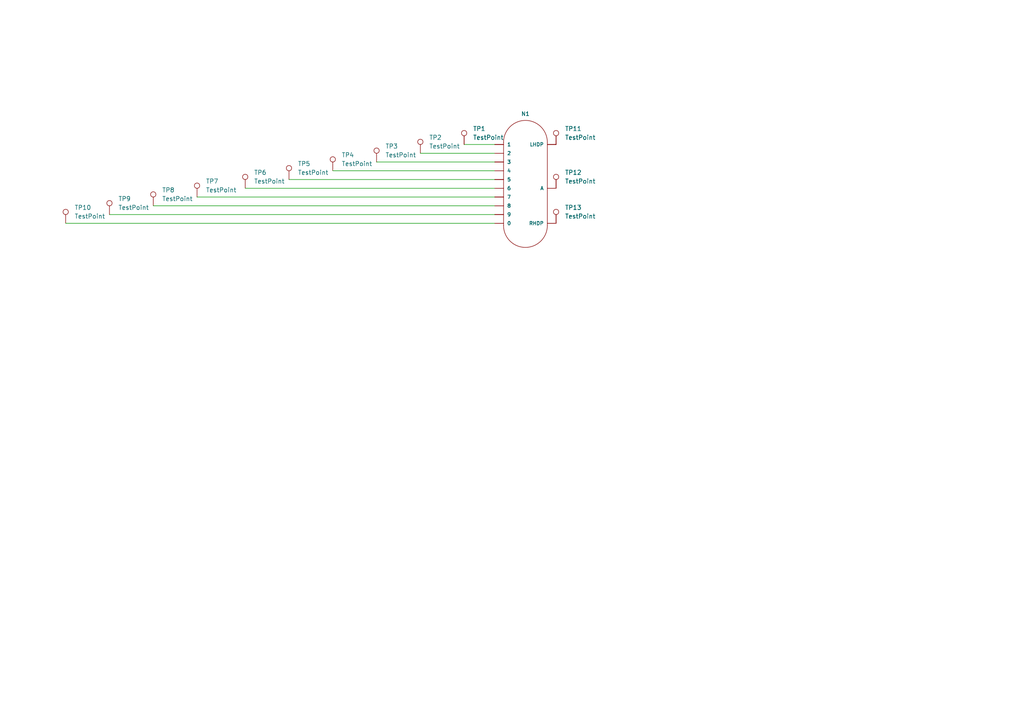
<source format=kicad_sch>
(kicad_sch (version 20241004) (generator "eeschema") (generator_version "8.99")
  (paper "A4")
  (title_block (title "Nixie Pendant Socket") (date "2025-01-06") (rev "Rev1") (company "Sean Outram"))
  (lib_symbols
    (symbol "Connector:TestPoint" (pin_numbers (hide yes)) (pin_names (offset 0.762) (hide yes))
      (property "Reference" "TP" (at 0 6.858 0))
      (property "Value" "TestPoint" (at 0 5.08 0))
      (symbol "TestPoint_0_1"
        (circle (center 0 3.302) (radius 0.762))
      )
      (symbol "TestPoint_1_1"
        (pin passive line (at 0 0 90) (length 2.54) (name "1") (number "1"))
      )
    )
    (symbol "nixies-us:IN-16" (pin_numbers (hide yes)) (pin_names (offset 1.016))
      (property "Reference" "N" (at -3.175 20.955 0))
      (symbol "IN-16_1_0"
        (polyline (pts (xy -5.08 -10.795) (xy -5.08 13.335)))
        (polyline (pts (xy 7.62 -10.795) (xy 7.62 13.335)))
      )
      (symbol "IN-16_1_1"
        (arc (start -5.08 13.335) (mid 1.27 19.685) (end 7.62 13.335))
        (arc (start 7.62 -10.795) (mid 1.27 -17.145) (end -5.08 -10.795))
        (pin bidirectional line (at -7.62 12.7 0) (length 2.54) (name "1") (number "1"))
        (pin bidirectional line (at -7.62 10.16 0) (length 2.54) (name "2") (number "2"))
        (pin bidirectional line (at -7.62 7.62 0) (length 2.54) (name "3") (number "3"))
        (pin bidirectional line (at -7.62 5.08 0) (length 2.54) (name "4") (number "4"))
        (pin bidirectional line (at -7.62 2.54 0) (length 2.54) (name "5") (number "5"))
        (pin bidirectional line (at -7.62 0 0) (length 2.54) (name "6") (number "6"))
        (pin bidirectional line (at -7.62 -2.54 0) (length 2.54) (name "7") (number "7"))
        (pin bidirectional line (at -7.62 -5.08 0) (length 2.54) (name "8") (number "8"))
        (pin bidirectional line (at -7.62 -7.62 0) (length 2.54) (name "9") (number "9"))
        (pin bidirectional line (at -7.62 -10.16 0) (length 2.54) (name "0") (number "0"))
        (pin bidirectional line (at 10.16 12.7 180) (length 2.54) (name "LHDP") (number "LHDP"))
        (pin bidirectional line (at 10.16 0 180) (length 2.54) (name "A") (number "A"))
        (pin bidirectional line (at 10.16 -10.16 180) (length 2.54) (name "RHDP") (number "RHDP"))
      )
    )
  )
  (wire (pts (xy 71.12 54.61) (xy 143.51 54.61)))
  (wire (pts (xy 96.52 49.53) (xy 143.51 49.53)))
  (wire (pts (xy 44.45 59.69) (xy 143.51 59.69)))
  (wire (pts (xy 143.51 52.07) (xy 83.82 52.07)))
  (wire (pts (xy 143.51 44.45) (xy 121.92 44.45)))
  (wire (pts (xy 109.22 46.99) (xy 143.51 46.99)))
  (wire (pts (xy 57.15 57.15) (xy 143.51 57.15)))
  (wire (pts (xy 19.05 64.77) (xy 143.51 64.77)))
  (wire (pts (xy 134.62 41.91) (xy 143.51 41.91)))
  (wire (pts (xy 143.51 62.23) (xy 31.75 62.23)))
  (symbol (lib_id "Connector:TestPoint") (at 57.15 57.15 0) (unit 1)
    (property "Reference" "TP7" (at 59.69 52.5779 0) (effects (justify left)))
    (property "Value" "TestPoint" (at 59.69 55.1179 0) (effects (justify left)))
    (property "Footprint" "TestPoint:TestPoint_Pad_1.0x1.0mm" (effects (hide yes)))
    (property "Description" "test point" (effects (hide yes)))
  )
  (symbol (lib_id "Connector:TestPoint") (at 19.05 64.77 0) (unit 1)
    (property "Reference" "TP10" (at 21.59 60.1979 0) (effects (justify left)))
    (property "Value" "TestPoint" (at 21.59 62.7379 0) (effects (justify left)))
    (property "Footprint" "TestPoint:TestPoint_Pad_1.0x1.0mm" (effects (hide yes)))
    (property "Description" "test point" (effects (hide yes)))
  )
  (symbol (lib_id "Connector:TestPoint") (at 44.45 59.69 0) (unit 1)
    (property "Reference" "TP8" (at 46.99 55.1179 0) (effects (justify left)))
    (property "Value" "TestPoint" (at 46.99 57.6579 0) (effects (justify left)))
    (property "Footprint" "TestPoint:TestPoint_Pad_1.0x1.0mm" (effects (hide yes)))
    (property "Description" "test point" (effects (hide yes)))
  )
  (symbol (lib_id "Connector:TestPoint") (at 109.22 46.99 0) (unit 1)
    (property "Reference" "TP3" (at 111.76 42.4179 0) (effects (justify left)))
    (property "Value" "TestPoint" (at 111.76 44.9579 0) (effects (justify left)))
    (property "Footprint" "TestPoint:TestPoint_Pad_1.0x1.0mm" (effects (hide yes)))
    (property "Description" "test point" (effects (hide yes)))
  )
  (symbol (lib_id "Connector:TestPoint") (at 83.82 52.07 0) (unit 1)
    (property "Reference" "TP5" (at 86.36 47.4979 0) (effects (justify left)))
    (property "Value" "TestPoint" (at 86.36 50.0379 0) (effects (justify left)))
    (property "Footprint" "TestPoint:TestPoint_Pad_1.0x1.0mm" (effects (hide yes)))
    (property "Description" "test point" (effects (hide yes)))
  )
  (symbol (lib_id "Connector:TestPoint") (at 31.75 62.23 0) (unit 1)
    (property "Reference" "TP9" (at 34.29 57.6579 0) (effects (justify left)))
    (property "Value" "TestPoint" (at 34.29 60.1979 0) (effects (justify left)))
    (property "Footprint" "TestPoint:TestPoint_Pad_1.0x1.0mm" (effects (hide yes)))
    (property "Description" "test point" (effects (hide yes)))
  )
  (symbol (lib_id "Connector:TestPoint") (at 161.29 41.91 0) (unit 1)
    (property "Reference" "TP11" (at 163.83 37.3379 0) (effects (justify left)))
    (property "Value" "TestPoint" (at 163.83 39.8779 0) (effects (justify left)))
    (property "Footprint" "TestPoint:TestPoint_Pad_1.0x1.0mm" (effects (hide yes)))
    (property "Description" "test point" (effects (hide yes)))
  )
  (symbol (lib_id "Connector:TestPoint") (at 134.62 41.91 0) (unit 1)
    (property "Reference" "TP1" (at 137.16 37.3379 0) (effects (justify left)))
    (property "Value" "TestPoint" (at 137.16 39.8779 0) (effects (justify left)))
    (property "Footprint" "TestPoint:TestPoint_Pad_1.0x1.0mm" (effects (hide yes)))
    (property "Description" "test point" (effects (hide yes)))
  )
  (symbol (lib_id "Connector:TestPoint") (at 96.52 49.53 0) (unit 1)
    (property "Reference" "TP4" (at 99.06 44.9579 0) (effects (justify left)))
    (property "Value" "TestPoint" (at 99.06 47.4979 0) (effects (justify left)))
    (property "Footprint" "TestPoint:TestPoint_Pad_1.0x1.0mm" (effects (hide yes)))
    (property "Description" "test point" (effects (hide yes)))
  )
  (symbol (lib_id "Connector:TestPoint") (at 121.92 44.45 0) (unit 1)
    (property "Reference" "TP2" (at 124.46 39.8779 0) (effects (justify left)))
    (property "Value" "TestPoint" (at 124.46 42.4179 0) (effects (justify left)))
    (property "Footprint" "TestPoint:TestPoint_Pad_1.0x1.0mm" (effects (hide yes)))
    (property "Description" "test point" (effects (hide yes)))
  )
  (symbol (lib_id "nixies-us:IN-16") (at 151.13 54.61 0) (unit 1)
    (property "Reference" "N1" (at 152.4 33.02 0) (effects (font (size 1.143 1.143))))
    (property "Value" "IN-16" (effects (hide yes)))
    (property "Footprint" "nixies-us:nixies-us-IN-16" (effects (hide yes)))
  )
  (symbol (lib_id "Connector:TestPoint") (at 161.29 54.61 0) (unit 1)
    (property "Reference" "TP12" (at 163.83 50.0379 0) (effects (justify left)))
    (property "Value" "TestPoint" (at 163.83 52.5779 0) (effects (justify left)))
    (property "Footprint" "TestPoint:TestPoint_Pad_1.0x1.0mm" (effects (hide yes)))
    (property "Description" "test point" (effects (hide yes)))
  )
  (symbol (lib_id "Connector:TestPoint") (at 71.12 54.61 0) (unit 1)
    (property "Reference" "TP6" (at 73.66 50.0379 0) (effects (justify left)))
    (property "Value" "TestPoint" (at 73.66 52.5779 0) (effects (justify left)))
    (property "Footprint" "TestPoint:TestPoint_Pad_1.0x1.0mm" (effects (hide yes)))
    (property "Description" "test point" (effects (hide yes)))
  )
  (symbol (lib_id "Connector:TestPoint") (at 161.29 64.77 0) (unit 1)
    (property "Reference" "TP13" (at 163.83 60.1979 0) (effects (justify left)))
    (property "Value" "TestPoint" (at 163.83 62.7379 0) (effects (justify left)))
    (property "Footprint" "TestPoint:TestPoint_Pad_1.0x1.0mm" (effects (hide yes)))
    (property "Description" "test point" (effects (hide yes)))
  )
)
</source>
